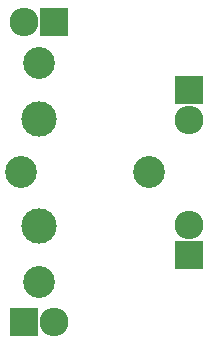
<source format=gts>
%TF.GenerationSoftware,KiCad,Pcbnew,4.1.0-alpha+201609021633+7109~49~ubuntu16.04.1-product*%
%TF.CreationDate,2016-09-14T14:37:25+05:30*%
%TF.ProjectId,OTS2_encB,4F5453325F656E63422E6B696361645F,rev?*%
%TF.FileFunction,Soldermask,Top*%
%FSLAX46Y46*%
G04 Gerber Fmt 4.6, Leading zero omitted, Abs format (unit mm)*
G04 Created by KiCad (PCBNEW 4.1.0-alpha+201609021633+7109~49~ubuntu16.04.1-product) date Wed Sep 14 14:37:25 2016*
%MOMM*%
%LPD*%
G01*
G04 APERTURE LIST*
%ADD10C,0.101600*%
%ADD11C,2.700000*%
%ADD12C,3.000000*%
%ADD13R,2.432000X2.432000*%
%ADD14O,2.432000X2.432000*%
G04 APERTURE END LIST*
D10*
D11*
X140035000Y-91440000D03*
D12*
X141605000Y-95940000D03*
D11*
X141605000Y-100700000D03*
D12*
X141605000Y-86940000D03*
D11*
X141605000Y-82180000D03*
X150865000Y-91440000D03*
D13*
X154305000Y-98425000D03*
D14*
X154305000Y-95885000D03*
D13*
X154305000Y-84455000D03*
D14*
X154305000Y-86995000D03*
D13*
X140335000Y-104140000D03*
D14*
X142875000Y-104140000D03*
D13*
X142875000Y-78740000D03*
D14*
X140335000Y-78740000D03*
M02*

</source>
